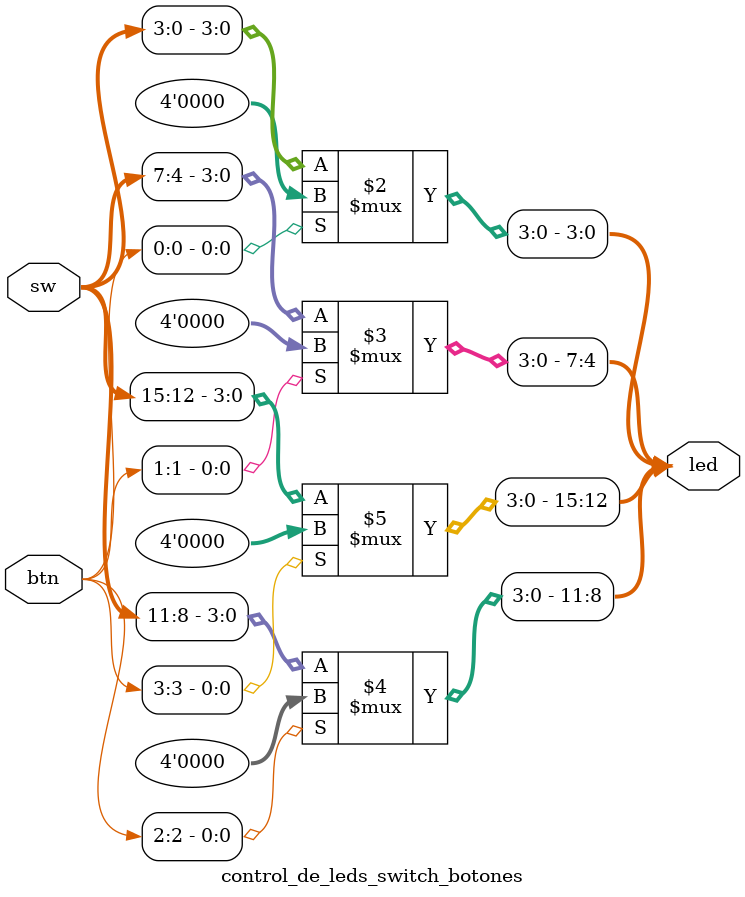
<source format=sv>
module control_de_leds_switch_botones(
    input  logic [15:0] sw,    // SW15..SW0 switch (activos en alto)
    input  logic [3:0]  btn,   // 4 botones (activos en alto)
    output logic [15:0] led    // LED15..LED0 (activos en alto)
);
    // Grupo 0: [3:0]   controlado por el boton[0]
    // Grupo 1: [7:4]   controlado por el boton[1]
    // Grupo 2: [11:8]  controlado por el boton[2]
    // Grupo 3: [15:12] controlado por el boton[3]

    always @(*) begin
        // always @(*) se asegura que sea combinacional
        
        led[3:0]    = (btn[0]) ? 4'b0000 : sw[3:0];   // si el boton = 1 entonces los leds del 0 al 3 pasan a 0 y se apagan,
        led[7:4]    = (btn[1]) ? 4'b0000 : sw[7:4];   // si no copia lo que dice el switch
        led[11:8]   = (btn[2]) ? 4'b0000 : sw[11:8];
        led[15:12]  = (btn[3]) ? 4'b0000 : sw[15:12];
    end
endmodule
</source>
